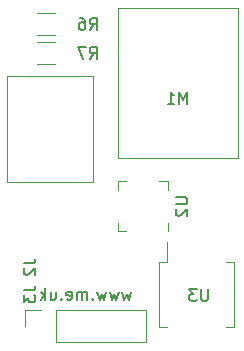
<source format=gbr>
%TF.GenerationSoftware,KiCad,Pcbnew,(5.1.9-0-10_14)*%
%TF.CreationDate,2021-04-09T16:47:02+01:00*%
%TF.ProjectId,Keypad,4b657970-6164-42e6-9b69-6361645f7063,2*%
%TF.SameCoordinates,Original*%
%TF.FileFunction,Legend,Bot*%
%TF.FilePolarity,Positive*%
%FSLAX46Y46*%
G04 Gerber Fmt 4.6, Leading zero omitted, Abs format (unit mm)*
G04 Created by KiCad (PCBNEW (5.1.9-0-10_14)) date 2021-04-09 16:47:02*
%MOMM*%
%LPD*%
G01*
G04 APERTURE LIST*
%ADD10C,0.150000*%
%ADD11C,0.120000*%
G04 APERTURE END LIST*
D10*
X122357142Y-122485714D02*
X122166666Y-123152380D01*
X121976190Y-122676190D01*
X121785714Y-123152380D01*
X121595238Y-122485714D01*
X121309523Y-122485714D02*
X121119047Y-123152380D01*
X120928571Y-122676190D01*
X120738095Y-123152380D01*
X120547619Y-122485714D01*
X120261904Y-122485714D02*
X120071428Y-123152380D01*
X119880952Y-122676190D01*
X119690476Y-123152380D01*
X119500000Y-122485714D01*
X119119047Y-123057142D02*
X119071428Y-123104761D01*
X119119047Y-123152380D01*
X119166666Y-123104761D01*
X119119047Y-123057142D01*
X119119047Y-123152380D01*
X118642857Y-123152380D02*
X118642857Y-122485714D01*
X118642857Y-122580952D02*
X118595238Y-122533333D01*
X118500000Y-122485714D01*
X118357142Y-122485714D01*
X118261904Y-122533333D01*
X118214285Y-122628571D01*
X118214285Y-123152380D01*
X118214285Y-122628571D02*
X118166666Y-122533333D01*
X118071428Y-122485714D01*
X117928571Y-122485714D01*
X117833333Y-122533333D01*
X117785714Y-122628571D01*
X117785714Y-123152380D01*
X116928571Y-123104761D02*
X117023809Y-123152380D01*
X117214285Y-123152380D01*
X117309523Y-123104761D01*
X117357142Y-123009523D01*
X117357142Y-122628571D01*
X117309523Y-122533333D01*
X117214285Y-122485714D01*
X117023809Y-122485714D01*
X116928571Y-122533333D01*
X116880952Y-122628571D01*
X116880952Y-122723809D01*
X117357142Y-122819047D01*
X116452380Y-123057142D02*
X116404761Y-123104761D01*
X116452380Y-123152380D01*
X116500000Y-123104761D01*
X116452380Y-123057142D01*
X116452380Y-123152380D01*
X115547619Y-122485714D02*
X115547619Y-123152380D01*
X115976190Y-122485714D02*
X115976190Y-123009523D01*
X115928571Y-123104761D01*
X115833333Y-123152380D01*
X115690476Y-123152380D01*
X115595238Y-123104761D01*
X115547619Y-123057142D01*
X115071428Y-123152380D02*
X115071428Y-122152380D01*
X114976190Y-122771428D02*
X114690476Y-123152380D01*
X114690476Y-122485714D02*
X115071428Y-122866666D01*
D11*
%TO.C,J3*%
X113370000Y-124070000D02*
X113370000Y-125400000D01*
X114700000Y-124070000D02*
X113370000Y-124070000D01*
X115970000Y-124070000D02*
X115970000Y-126730000D01*
X115970000Y-126730000D02*
X123650000Y-126730000D01*
X115970000Y-124070000D02*
X123650000Y-124070000D01*
X123650000Y-124070000D02*
X123650000Y-126730000D01*
%TO.C,U3*%
X131110000Y-122700000D02*
X131110000Y-125460000D01*
X131110000Y-125460000D02*
X130365000Y-125460000D01*
X131110000Y-122700000D02*
X131110000Y-119940000D01*
X131110000Y-119940000D02*
X130365000Y-119940000D01*
X124690000Y-122700000D02*
X124690000Y-125460000D01*
X124690000Y-125460000D02*
X125435000Y-125460000D01*
X124690000Y-122700000D02*
X124690000Y-119940000D01*
X124690000Y-119940000D02*
X125435000Y-119940000D01*
X125435000Y-119940000D02*
X125435000Y-118250000D01*
%TO.C,M1*%
X131380000Y-98500000D02*
X121220000Y-98500000D01*
X131380000Y-111200000D02*
X131380000Y-98500000D01*
X121220000Y-111200000D02*
X131380000Y-111200000D01*
X121220000Y-98500000D02*
X121220000Y-111200000D01*
%TO.C,U2*%
X125460000Y-113865000D02*
X125460000Y-113140000D01*
X125460000Y-113140000D02*
X124735000Y-113140000D01*
X121240000Y-116635000D02*
X121240000Y-117360000D01*
X121240000Y-117360000D02*
X121965000Y-117360000D01*
X121240000Y-113865000D02*
X121240000Y-113140000D01*
X121240000Y-113140000D02*
X121965000Y-113140000D01*
X125460000Y-116635000D02*
X125460000Y-117360000D01*
%TO.C,J2*%
X111810000Y-113170000D02*
X111810000Y-104230000D01*
X119160000Y-104230000D02*
X111810000Y-104230000D01*
X119160000Y-113170000D02*
X119160000Y-104230000D01*
X111810000Y-113170000D02*
X119160000Y-113170000D01*
%TO.C,R7*%
X114422936Y-101340000D02*
X115877064Y-101340000D01*
X114422936Y-103160000D02*
X115877064Y-103160000D01*
%TO.C,R6*%
X115877064Y-100710000D02*
X114422936Y-100710000D01*
X115877064Y-98890000D02*
X114422936Y-98890000D01*
%TO.C,J3*%
D10*
X113252380Y-122366666D02*
X113966666Y-122366666D01*
X114109523Y-122319047D01*
X114204761Y-122223809D01*
X114252380Y-122080952D01*
X114252380Y-121985714D01*
X113252380Y-122747619D02*
X113252380Y-123366666D01*
X113633333Y-123033333D01*
X113633333Y-123176190D01*
X113680952Y-123271428D01*
X113728571Y-123319047D01*
X113823809Y-123366666D01*
X114061904Y-123366666D01*
X114157142Y-123319047D01*
X114204761Y-123271428D01*
X114252380Y-123176190D01*
X114252380Y-122890476D01*
X114204761Y-122795238D01*
X114157142Y-122747619D01*
%TO.C,U3*%
X128861904Y-122252380D02*
X128861904Y-123061904D01*
X128814285Y-123157142D01*
X128766666Y-123204761D01*
X128671428Y-123252380D01*
X128480952Y-123252380D01*
X128385714Y-123204761D01*
X128338095Y-123157142D01*
X128290476Y-123061904D01*
X128290476Y-122252380D01*
X127909523Y-122252380D02*
X127290476Y-122252380D01*
X127623809Y-122633333D01*
X127480952Y-122633333D01*
X127385714Y-122680952D01*
X127338095Y-122728571D01*
X127290476Y-122823809D01*
X127290476Y-123061904D01*
X127338095Y-123157142D01*
X127385714Y-123204761D01*
X127480952Y-123252380D01*
X127766666Y-123252380D01*
X127861904Y-123204761D01*
X127909523Y-123157142D01*
%TO.C,M1*%
X127109523Y-106572380D02*
X127109523Y-105572380D01*
X126776190Y-106286666D01*
X126442857Y-105572380D01*
X126442857Y-106572380D01*
X125442857Y-106572380D02*
X126014285Y-106572380D01*
X125728571Y-106572380D02*
X125728571Y-105572380D01*
X125823809Y-105715238D01*
X125919047Y-105810476D01*
X126014285Y-105858095D01*
%TO.C,U2*%
X126122380Y-114488095D02*
X126931904Y-114488095D01*
X127027142Y-114535714D01*
X127074761Y-114583333D01*
X127122380Y-114678571D01*
X127122380Y-114869047D01*
X127074761Y-114964285D01*
X127027142Y-115011904D01*
X126931904Y-115059523D01*
X126122380Y-115059523D01*
X126217619Y-115488095D02*
X126170000Y-115535714D01*
X126122380Y-115630952D01*
X126122380Y-115869047D01*
X126170000Y-115964285D01*
X126217619Y-116011904D01*
X126312857Y-116059523D01*
X126408095Y-116059523D01*
X126550952Y-116011904D01*
X127122380Y-115440476D01*
X127122380Y-116059523D01*
%TO.C,J2*%
X113252380Y-120066666D02*
X113966666Y-120066666D01*
X114109523Y-120019047D01*
X114204761Y-119923809D01*
X114252380Y-119780952D01*
X114252380Y-119685714D01*
X113347619Y-120495238D02*
X113300000Y-120542857D01*
X113252380Y-120638095D01*
X113252380Y-120876190D01*
X113300000Y-120971428D01*
X113347619Y-121019047D01*
X113442857Y-121066666D01*
X113538095Y-121066666D01*
X113680952Y-121019047D01*
X114252380Y-120447619D01*
X114252380Y-121066666D01*
%TO.C,R7*%
X118866666Y-102752380D02*
X119200000Y-102276190D01*
X119438095Y-102752380D02*
X119438095Y-101752380D01*
X119057142Y-101752380D01*
X118961904Y-101800000D01*
X118914285Y-101847619D01*
X118866666Y-101942857D01*
X118866666Y-102085714D01*
X118914285Y-102180952D01*
X118961904Y-102228571D01*
X119057142Y-102276190D01*
X119438095Y-102276190D01*
X118533333Y-101752380D02*
X117866666Y-101752380D01*
X118295238Y-102752380D01*
%TO.C,R6*%
X118866666Y-100302380D02*
X119200000Y-99826190D01*
X119438095Y-100302380D02*
X119438095Y-99302380D01*
X119057142Y-99302380D01*
X118961904Y-99350000D01*
X118914285Y-99397619D01*
X118866666Y-99492857D01*
X118866666Y-99635714D01*
X118914285Y-99730952D01*
X118961904Y-99778571D01*
X119057142Y-99826190D01*
X119438095Y-99826190D01*
X118009523Y-99302380D02*
X118200000Y-99302380D01*
X118295238Y-99350000D01*
X118342857Y-99397619D01*
X118438095Y-99540476D01*
X118485714Y-99730952D01*
X118485714Y-100111904D01*
X118438095Y-100207142D01*
X118390476Y-100254761D01*
X118295238Y-100302380D01*
X118104761Y-100302380D01*
X118009523Y-100254761D01*
X117961904Y-100207142D01*
X117914285Y-100111904D01*
X117914285Y-99873809D01*
X117961904Y-99778571D01*
X118009523Y-99730952D01*
X118104761Y-99683333D01*
X118295238Y-99683333D01*
X118390476Y-99730952D01*
X118438095Y-99778571D01*
X118485714Y-99873809D01*
%TD*%
M02*

</source>
